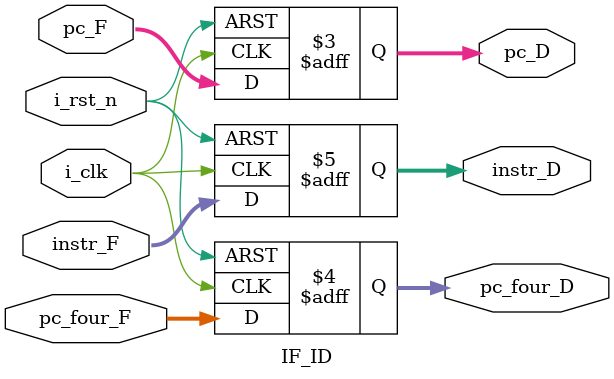
<source format=sv>
module IF_ID (
    input logic i_clk,
    input logic i_rst_n,
    input logic [31:0] pc_F,
    input logic [31:0] pc_four_F,
    input logic [31:0] instr_F,
    output logic [31:0] pc_D,
    output logic [31:0] pc_four_D,
    output logic [31:0] instr_D
);

    always_ff @(posedge i_clk or negedge i_rst_n) begin
        if (!i_rst_n)
            begin
                pc_D <= 32'h0;
                pc_four_D <= 32'h0;
                instr_D <= 32'h0;
            end
        else begin
                pc_D <= pc_F;
                pc_four_D <= pc_four_F;
                instr_D <= instr_F;
        end
    end

endmodule
</source>
